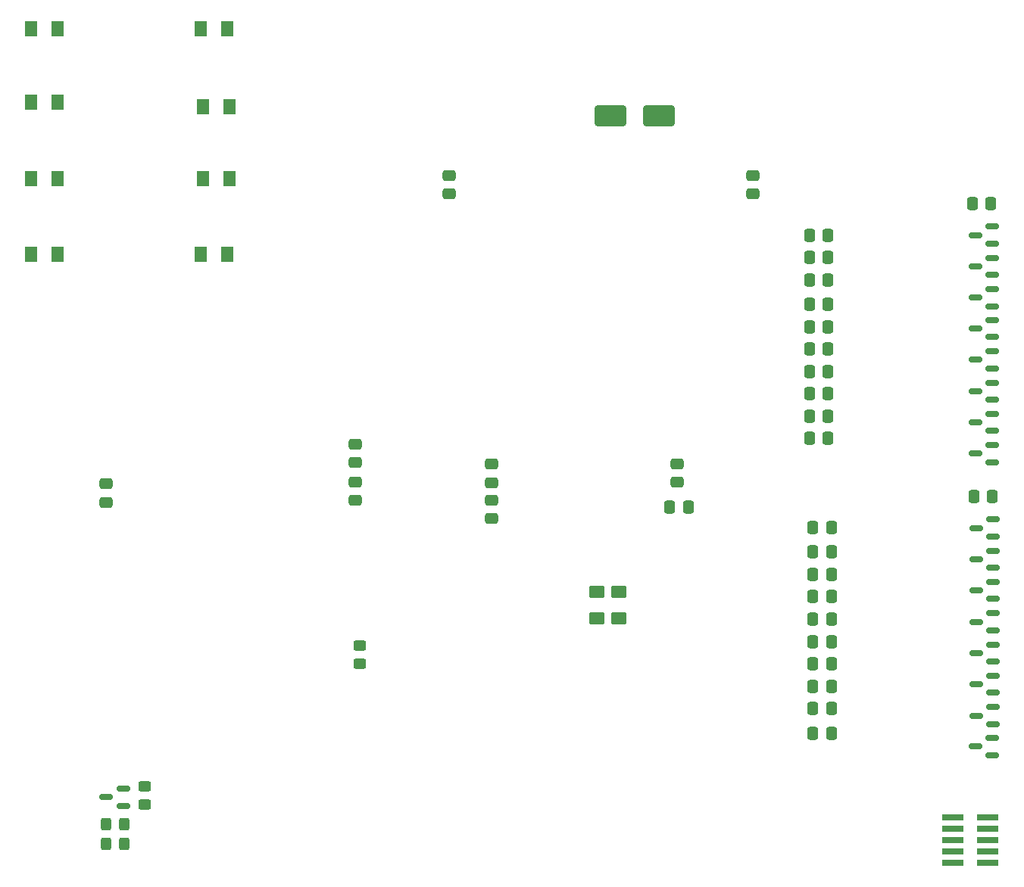
<source format=gbr>
%TF.GenerationSoftware,KiCad,Pcbnew,8.0.5*%
%TF.CreationDate,2024-11-01T12:18:04+01:00*%
%TF.ProjectId,ATmega644,41546d65-6761-4363-9434-2e6b69636164,rev?*%
%TF.SameCoordinates,Original*%
%TF.FileFunction,Paste,Top*%
%TF.FilePolarity,Positive*%
%FSLAX46Y46*%
G04 Gerber Fmt 4.6, Leading zero omitted, Abs format (unit mm)*
G04 Created by KiCad (PCBNEW 8.0.5) date 2024-11-01 12:18:04*
%MOMM*%
%LPD*%
G01*
G04 APERTURE LIST*
G04 Aperture macros list*
%AMRoundRect*
0 Rectangle with rounded corners*
0 $1 Rounding radius*
0 $2 $3 $4 $5 $6 $7 $8 $9 X,Y pos of 4 corners*
0 Add a 4 corners polygon primitive as box body*
4,1,4,$2,$3,$4,$5,$6,$7,$8,$9,$2,$3,0*
0 Add four circle primitives for the rounded corners*
1,1,$1+$1,$2,$3*
1,1,$1+$1,$4,$5*
1,1,$1+$1,$6,$7*
1,1,$1+$1,$8,$9*
0 Add four rect primitives between the rounded corners*
20,1,$1+$1,$2,$3,$4,$5,0*
20,1,$1+$1,$4,$5,$6,$7,0*
20,1,$1+$1,$6,$7,$8,$9,0*
20,1,$1+$1,$8,$9,$2,$3,0*%
G04 Aperture macros list end*
%ADD10RoundRect,0.150000X0.587500X0.150000X-0.587500X0.150000X-0.587500X-0.150000X0.587500X-0.150000X0*%
%ADD11RoundRect,0.250001X-0.624999X0.462499X-0.624999X-0.462499X0.624999X-0.462499X0.624999X0.462499X0*%
%ADD12RoundRect,0.250001X0.462499X0.624999X-0.462499X0.624999X-0.462499X-0.624999X0.462499X-0.624999X0*%
%ADD13RoundRect,0.250000X-0.337500X-0.475000X0.337500X-0.475000X0.337500X0.475000X-0.337500X0.475000X0*%
%ADD14RoundRect,0.250001X-0.462499X-0.624999X0.462499X-0.624999X0.462499X0.624999X-0.462499X0.624999X0*%
%ADD15RoundRect,0.250000X0.475000X-0.337500X0.475000X0.337500X-0.475000X0.337500X-0.475000X-0.337500X0*%
%ADD16RoundRect,0.250000X0.450000X-0.325000X0.450000X0.325000X-0.450000X0.325000X-0.450000X-0.325000X0*%
%ADD17R,2.400000X0.740000*%
%ADD18RoundRect,0.250000X-0.475000X0.337500X-0.475000X-0.337500X0.475000X-0.337500X0.475000X0.337500X0*%
%ADD19RoundRect,0.250000X-0.325000X-0.450000X0.325000X-0.450000X0.325000X0.450000X-0.325000X0.450000X0*%
%ADD20RoundRect,0.250000X-1.500000X-0.900000X1.500000X-0.900000X1.500000X0.900000X-1.500000X0.900000X0*%
G04 APERTURE END LIST*
D10*
%TO.C,Q7*%
X184750000Y-79500000D03*
X184750000Y-77600000D03*
X182875000Y-78550000D03*
%TD*%
D11*
%TO.C,R24*%
X140500000Y-97512500D03*
X140500000Y-100487500D03*
%TD*%
D10*
%TO.C,Q8*%
X184750000Y-83000000D03*
X184750000Y-81100000D03*
X182875000Y-82050000D03*
%TD*%
D12*
%TO.C,R29*%
X99500000Y-51250000D03*
X96525000Y-51250000D03*
%TD*%
D13*
%TO.C,R11*%
X164300000Y-77850000D03*
X166375000Y-77850000D03*
%TD*%
%TO.C,R20*%
X164662500Y-108050000D03*
X166737500Y-108050000D03*
%TD*%
D10*
%TO.C,Q2*%
X184750000Y-62050000D03*
X184750000Y-60150000D03*
X182875000Y-61100000D03*
%TD*%
D14*
%TO.C,R32*%
X77275000Y-42750000D03*
X80250000Y-42750000D03*
%TD*%
D15*
%TO.C,R1*%
X128750000Y-85287500D03*
X128750000Y-83212500D03*
%TD*%
D13*
%TO.C,R21*%
X164662500Y-110550000D03*
X166737500Y-110550000D03*
%TD*%
D16*
%TO.C,R26*%
X89950000Y-121290000D03*
X89950000Y-119240000D03*
%TD*%
D13*
%TO.C,R15*%
X164662500Y-95550000D03*
X166737500Y-95550000D03*
%TD*%
D14*
%TO.C,R33*%
X77250000Y-51250000D03*
X80225000Y-51250000D03*
%TD*%
%TO.C,R34*%
X77275000Y-59750000D03*
X80250000Y-59750000D03*
%TD*%
D10*
%TO.C,Q1*%
X184750000Y-58550000D03*
X184750000Y-56650000D03*
X182875000Y-57600000D03*
%TD*%
%TO.C,Q4*%
X184750000Y-69000000D03*
X184750000Y-67100000D03*
X182875000Y-68050000D03*
%TD*%
D17*
%TO.C,J9*%
X180300000Y-122710000D03*
X184200000Y-122710000D03*
X180300000Y-123980000D03*
X184200000Y-123980000D03*
X180300000Y-125250000D03*
X184200000Y-125250000D03*
X180300000Y-126520000D03*
X184200000Y-126520000D03*
X180300000Y-127790000D03*
X184200000Y-127790000D03*
%TD*%
D10*
%TO.C,Q11*%
X184812500Y-94800000D03*
X184812500Y-92900000D03*
X182937500Y-93850000D03*
%TD*%
D13*
%TO.C,C11*%
X182512500Y-54100000D03*
X184587500Y-54100000D03*
%TD*%
D18*
%TO.C,C8*%
X113500000Y-83037500D03*
X113500000Y-80962500D03*
%TD*%
D19*
%TO.C,R25*%
X85675000Y-125740000D03*
X87725000Y-125740000D03*
%TD*%
D12*
%TO.C,R28*%
X99500000Y-43250000D03*
X96525000Y-43250000D03*
%TD*%
D18*
%TO.C,C4*%
X158000000Y-50925000D03*
X158000000Y-53000000D03*
%TD*%
D14*
%TO.C,R31*%
X77262500Y-34500000D03*
X80237500Y-34500000D03*
%TD*%
D18*
%TO.C,C9*%
X149500000Y-83175000D03*
X149500000Y-85250000D03*
%TD*%
D13*
%TO.C,R17*%
X164662500Y-100550000D03*
X166737500Y-100550000D03*
%TD*%
D10*
%TO.C,Q14*%
X184812500Y-112300000D03*
X184812500Y-110400000D03*
X182937500Y-111350000D03*
%TD*%
D13*
%TO.C,C10*%
X182662500Y-86800000D03*
X184737500Y-86800000D03*
%TD*%
%TO.C,R14*%
X164662500Y-93050000D03*
X166737500Y-93050000D03*
%TD*%
D18*
%TO.C,C3*%
X128750000Y-87250000D03*
X128750000Y-89325000D03*
%TD*%
D10*
%TO.C,Q16*%
X184750000Y-115750000D03*
X184750000Y-113850000D03*
X182875000Y-114800000D03*
%TD*%
%TO.C,Q6*%
X184750000Y-76000000D03*
X184750000Y-74100000D03*
X182875000Y-75050000D03*
%TD*%
D13*
%TO.C,R10*%
X164300000Y-75350000D03*
X166375000Y-75350000D03*
%TD*%
D10*
%TO.C,Q13*%
X184812500Y-98300000D03*
X184812500Y-96400000D03*
X182937500Y-97350000D03*
%TD*%
D13*
%TO.C,R8*%
X164300000Y-70350000D03*
X166375000Y-70350000D03*
%TD*%
D16*
%TO.C,C13*%
X114000000Y-105525000D03*
X114000000Y-103475000D03*
%TD*%
D12*
%TO.C,R30*%
X99250000Y-59750000D03*
X96275000Y-59750000D03*
%TD*%
D10*
%TO.C,Q12*%
X184812500Y-108800000D03*
X184812500Y-106900000D03*
X182937500Y-107850000D03*
%TD*%
%TO.C,Q9*%
X184812500Y-91300000D03*
X184812500Y-89400000D03*
X182937500Y-90350000D03*
%TD*%
%TO.C,Q5*%
X184750000Y-72500000D03*
X184750000Y-70600000D03*
X182875000Y-71550000D03*
%TD*%
D13*
%TO.C,R18*%
X164662500Y-103050000D03*
X166737500Y-103050000D03*
%TD*%
%TO.C,R4*%
X164300000Y-60100000D03*
X166375000Y-60100000D03*
%TD*%
%TO.C,R7*%
X164300000Y-67850000D03*
X166375000Y-67850000D03*
%TD*%
D10*
%TO.C,Q10*%
X184812500Y-105300000D03*
X184812500Y-103400000D03*
X182937500Y-104350000D03*
%TD*%
D19*
%TO.C,R2*%
X85650000Y-123490000D03*
X87700000Y-123490000D03*
%TD*%
D13*
%TO.C,R16*%
X164662500Y-98050000D03*
X166737500Y-98050000D03*
%TD*%
%TO.C,R9*%
X164300000Y-72850000D03*
X166375000Y-72850000D03*
%TD*%
D11*
%TO.C,R23*%
X143000000Y-97512500D03*
X143000000Y-100487500D03*
%TD*%
D10*
%TO.C,Q17*%
X87575000Y-121440000D03*
X87575000Y-119540000D03*
X85700000Y-120490000D03*
%TD*%
D15*
%TO.C,C7*%
X113500000Y-85212500D03*
X113500000Y-87287500D03*
%TD*%
D13*
%TO.C,C6*%
X148675000Y-88000000D03*
X150750000Y-88000000D03*
%TD*%
%TO.C,R6*%
X164300000Y-65350000D03*
X166375000Y-65350000D03*
%TD*%
%TO.C,R19*%
X164662500Y-105550000D03*
X166737500Y-105550000D03*
%TD*%
%TO.C,R22*%
X164662500Y-113300000D03*
X166737500Y-113300000D03*
%TD*%
%TO.C,R3*%
X164300000Y-57600000D03*
X166375000Y-57600000D03*
%TD*%
D10*
%TO.C,Q3*%
X184750000Y-65550000D03*
X184750000Y-63650000D03*
X182875000Y-64600000D03*
%TD*%
D20*
%TO.C,D1*%
X142050000Y-44250000D03*
X147450000Y-44250000D03*
%TD*%
D13*
%TO.C,R13*%
X164662500Y-90300000D03*
X166737500Y-90300000D03*
%TD*%
D10*
%TO.C,Q15*%
X184812500Y-101800000D03*
X184812500Y-99900000D03*
X182937500Y-100850000D03*
%TD*%
D18*
%TO.C,C12*%
X124000000Y-50925000D03*
X124000000Y-53000000D03*
%TD*%
D13*
%TO.C,R12*%
X164300000Y-80350000D03*
X166375000Y-80350000D03*
%TD*%
%TO.C,R5*%
X164300000Y-62600000D03*
X166375000Y-62600000D03*
%TD*%
D15*
%TO.C,C5*%
X85700000Y-87490000D03*
X85700000Y-85415000D03*
%TD*%
D12*
%TO.C,R27*%
X99250000Y-34500000D03*
X96275000Y-34500000D03*
%TD*%
M02*

</source>
